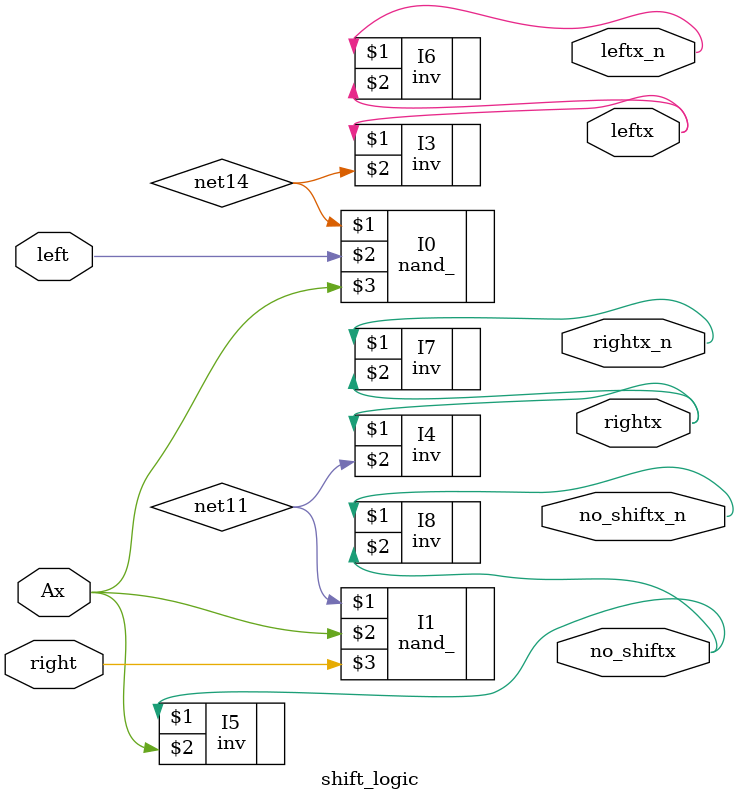
<source format=v>
`timescale 1ns / 1ns 

module shift_logic ( leftx, leftx_n, no_shiftx, no_shiftx_n, rightx,
     rightx_n, Ax, left, right );
output  leftx, leftx_n, no_shiftx, no_shiftx_n, rightx, rightx_n;

input  Ax, left, right;


specify 
    specparam CDS_LIBNAME  = "ece555_final";
    specparam CDS_CELLNAME = "shift_logic";
    specparam CDS_VIEWNAME = "schematic";
endspecify

nand_ I1 ( net11, Ax, right);
nand_ I0 ( net14, left, Ax);
inv I8 ( no_shiftx_n, no_shiftx);
inv I7 ( rightx_n, rightx);
inv I6 ( leftx_n, leftx);
inv I5 ( no_shiftx, Ax);
inv I4 ( rightx, net11);
inv I3 ( leftx, net14);

endmodule

</source>
